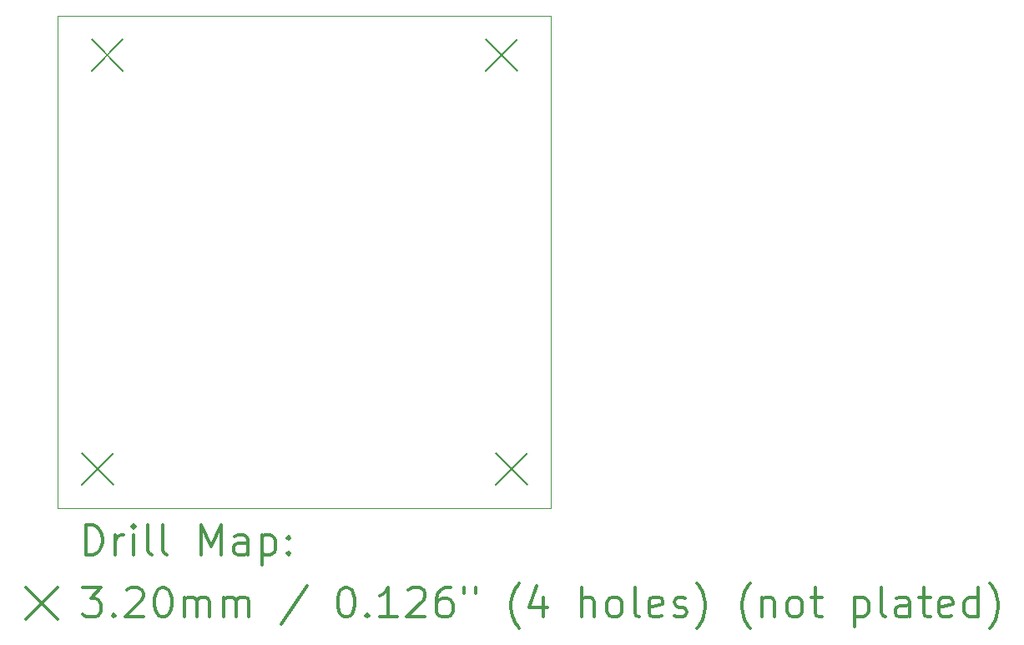
<source format=gbr>
%FSLAX45Y45*%
G04 Gerber Fmt 4.5, Leading zero omitted, Abs format (unit mm)*
G04 Created by KiCad (PCBNEW (5.1.8)-1) date 2022-11-19 17:46:05*
%MOMM*%
%LPD*%
G01*
G04 APERTURE LIST*
%TA.AperFunction,Profile*%
%ADD10C,0.100000*%
%TD*%
%ADD11C,0.200000*%
%ADD12C,0.300000*%
G04 APERTURE END LIST*
D10*
X15000000Y-5000000D02*
X15000000Y-10000000D01*
X10000000Y-5000000D02*
X15000000Y-5000000D01*
X10000000Y-10000000D02*
X10000000Y-5000000D01*
X15000000Y-10000000D02*
X10000000Y-10000000D01*
D11*
X14440000Y-9440000D02*
X14760000Y-9760000D01*
X14760000Y-9440000D02*
X14440000Y-9760000D01*
X10340000Y-5240000D02*
X10660000Y-5560000D01*
X10660000Y-5240000D02*
X10340000Y-5560000D01*
X14340000Y-5240000D02*
X14660000Y-5560000D01*
X14660000Y-5240000D02*
X14340000Y-5560000D01*
X10240000Y-9440000D02*
X10560000Y-9760000D01*
X10560000Y-9440000D02*
X10240000Y-9760000D01*
D12*
X10281428Y-10470714D02*
X10281428Y-10170714D01*
X10352857Y-10170714D01*
X10395714Y-10185000D01*
X10424286Y-10213572D01*
X10438571Y-10242143D01*
X10452857Y-10299286D01*
X10452857Y-10342143D01*
X10438571Y-10399286D01*
X10424286Y-10427857D01*
X10395714Y-10456429D01*
X10352857Y-10470714D01*
X10281428Y-10470714D01*
X10581428Y-10470714D02*
X10581428Y-10270714D01*
X10581428Y-10327857D02*
X10595714Y-10299286D01*
X10610000Y-10285000D01*
X10638571Y-10270714D01*
X10667143Y-10270714D01*
X10767143Y-10470714D02*
X10767143Y-10270714D01*
X10767143Y-10170714D02*
X10752857Y-10185000D01*
X10767143Y-10199286D01*
X10781428Y-10185000D01*
X10767143Y-10170714D01*
X10767143Y-10199286D01*
X10952857Y-10470714D02*
X10924286Y-10456429D01*
X10910000Y-10427857D01*
X10910000Y-10170714D01*
X11110000Y-10470714D02*
X11081428Y-10456429D01*
X11067143Y-10427857D01*
X11067143Y-10170714D01*
X11452857Y-10470714D02*
X11452857Y-10170714D01*
X11552857Y-10385000D01*
X11652857Y-10170714D01*
X11652857Y-10470714D01*
X11924286Y-10470714D02*
X11924286Y-10313572D01*
X11910000Y-10285000D01*
X11881428Y-10270714D01*
X11824286Y-10270714D01*
X11795714Y-10285000D01*
X11924286Y-10456429D02*
X11895714Y-10470714D01*
X11824286Y-10470714D01*
X11795714Y-10456429D01*
X11781428Y-10427857D01*
X11781428Y-10399286D01*
X11795714Y-10370714D01*
X11824286Y-10356429D01*
X11895714Y-10356429D01*
X11924286Y-10342143D01*
X12067143Y-10270714D02*
X12067143Y-10570714D01*
X12067143Y-10285000D02*
X12095714Y-10270714D01*
X12152857Y-10270714D01*
X12181428Y-10285000D01*
X12195714Y-10299286D01*
X12210000Y-10327857D01*
X12210000Y-10413572D01*
X12195714Y-10442143D01*
X12181428Y-10456429D01*
X12152857Y-10470714D01*
X12095714Y-10470714D01*
X12067143Y-10456429D01*
X12338571Y-10442143D02*
X12352857Y-10456429D01*
X12338571Y-10470714D01*
X12324286Y-10456429D01*
X12338571Y-10442143D01*
X12338571Y-10470714D01*
X12338571Y-10285000D02*
X12352857Y-10299286D01*
X12338571Y-10313572D01*
X12324286Y-10299286D01*
X12338571Y-10285000D01*
X12338571Y-10313572D01*
X9675000Y-10805000D02*
X9995000Y-11125000D01*
X9995000Y-10805000D02*
X9675000Y-11125000D01*
X10252857Y-10800714D02*
X10438571Y-10800714D01*
X10338571Y-10915000D01*
X10381428Y-10915000D01*
X10410000Y-10929286D01*
X10424286Y-10943572D01*
X10438571Y-10972143D01*
X10438571Y-11043572D01*
X10424286Y-11072143D01*
X10410000Y-11086429D01*
X10381428Y-11100714D01*
X10295714Y-11100714D01*
X10267143Y-11086429D01*
X10252857Y-11072143D01*
X10567143Y-11072143D02*
X10581428Y-11086429D01*
X10567143Y-11100714D01*
X10552857Y-11086429D01*
X10567143Y-11072143D01*
X10567143Y-11100714D01*
X10695714Y-10829286D02*
X10710000Y-10815000D01*
X10738571Y-10800714D01*
X10810000Y-10800714D01*
X10838571Y-10815000D01*
X10852857Y-10829286D01*
X10867143Y-10857857D01*
X10867143Y-10886429D01*
X10852857Y-10929286D01*
X10681428Y-11100714D01*
X10867143Y-11100714D01*
X11052857Y-10800714D02*
X11081428Y-10800714D01*
X11110000Y-10815000D01*
X11124286Y-10829286D01*
X11138571Y-10857857D01*
X11152857Y-10915000D01*
X11152857Y-10986429D01*
X11138571Y-11043572D01*
X11124286Y-11072143D01*
X11110000Y-11086429D01*
X11081428Y-11100714D01*
X11052857Y-11100714D01*
X11024286Y-11086429D01*
X11010000Y-11072143D01*
X10995714Y-11043572D01*
X10981428Y-10986429D01*
X10981428Y-10915000D01*
X10995714Y-10857857D01*
X11010000Y-10829286D01*
X11024286Y-10815000D01*
X11052857Y-10800714D01*
X11281428Y-11100714D02*
X11281428Y-10900714D01*
X11281428Y-10929286D02*
X11295714Y-10915000D01*
X11324286Y-10900714D01*
X11367143Y-10900714D01*
X11395714Y-10915000D01*
X11410000Y-10943572D01*
X11410000Y-11100714D01*
X11410000Y-10943572D02*
X11424286Y-10915000D01*
X11452857Y-10900714D01*
X11495714Y-10900714D01*
X11524286Y-10915000D01*
X11538571Y-10943572D01*
X11538571Y-11100714D01*
X11681428Y-11100714D02*
X11681428Y-10900714D01*
X11681428Y-10929286D02*
X11695714Y-10915000D01*
X11724286Y-10900714D01*
X11767143Y-10900714D01*
X11795714Y-10915000D01*
X11810000Y-10943572D01*
X11810000Y-11100714D01*
X11810000Y-10943572D02*
X11824286Y-10915000D01*
X11852857Y-10900714D01*
X11895714Y-10900714D01*
X11924286Y-10915000D01*
X11938571Y-10943572D01*
X11938571Y-11100714D01*
X12524286Y-10786429D02*
X12267143Y-11172143D01*
X12910000Y-10800714D02*
X12938571Y-10800714D01*
X12967143Y-10815000D01*
X12981428Y-10829286D01*
X12995714Y-10857857D01*
X13010000Y-10915000D01*
X13010000Y-10986429D01*
X12995714Y-11043572D01*
X12981428Y-11072143D01*
X12967143Y-11086429D01*
X12938571Y-11100714D01*
X12910000Y-11100714D01*
X12881428Y-11086429D01*
X12867143Y-11072143D01*
X12852857Y-11043572D01*
X12838571Y-10986429D01*
X12838571Y-10915000D01*
X12852857Y-10857857D01*
X12867143Y-10829286D01*
X12881428Y-10815000D01*
X12910000Y-10800714D01*
X13138571Y-11072143D02*
X13152857Y-11086429D01*
X13138571Y-11100714D01*
X13124286Y-11086429D01*
X13138571Y-11072143D01*
X13138571Y-11100714D01*
X13438571Y-11100714D02*
X13267143Y-11100714D01*
X13352857Y-11100714D02*
X13352857Y-10800714D01*
X13324286Y-10843572D01*
X13295714Y-10872143D01*
X13267143Y-10886429D01*
X13552857Y-10829286D02*
X13567143Y-10815000D01*
X13595714Y-10800714D01*
X13667143Y-10800714D01*
X13695714Y-10815000D01*
X13710000Y-10829286D01*
X13724286Y-10857857D01*
X13724286Y-10886429D01*
X13710000Y-10929286D01*
X13538571Y-11100714D01*
X13724286Y-11100714D01*
X13981428Y-10800714D02*
X13924286Y-10800714D01*
X13895714Y-10815000D01*
X13881428Y-10829286D01*
X13852857Y-10872143D01*
X13838571Y-10929286D01*
X13838571Y-11043572D01*
X13852857Y-11072143D01*
X13867143Y-11086429D01*
X13895714Y-11100714D01*
X13952857Y-11100714D01*
X13981428Y-11086429D01*
X13995714Y-11072143D01*
X14010000Y-11043572D01*
X14010000Y-10972143D01*
X13995714Y-10943572D01*
X13981428Y-10929286D01*
X13952857Y-10915000D01*
X13895714Y-10915000D01*
X13867143Y-10929286D01*
X13852857Y-10943572D01*
X13838571Y-10972143D01*
X14124286Y-10800714D02*
X14124286Y-10857857D01*
X14238571Y-10800714D02*
X14238571Y-10857857D01*
X14681428Y-11215000D02*
X14667143Y-11200714D01*
X14638571Y-11157857D01*
X14624286Y-11129286D01*
X14610000Y-11086429D01*
X14595714Y-11015000D01*
X14595714Y-10957857D01*
X14610000Y-10886429D01*
X14624286Y-10843572D01*
X14638571Y-10815000D01*
X14667143Y-10772143D01*
X14681428Y-10757857D01*
X14924286Y-10900714D02*
X14924286Y-11100714D01*
X14852857Y-10786429D02*
X14781428Y-11000714D01*
X14967143Y-11000714D01*
X15310000Y-11100714D02*
X15310000Y-10800714D01*
X15438571Y-11100714D02*
X15438571Y-10943572D01*
X15424286Y-10915000D01*
X15395714Y-10900714D01*
X15352857Y-10900714D01*
X15324286Y-10915000D01*
X15310000Y-10929286D01*
X15624286Y-11100714D02*
X15595714Y-11086429D01*
X15581428Y-11072143D01*
X15567143Y-11043572D01*
X15567143Y-10957857D01*
X15581428Y-10929286D01*
X15595714Y-10915000D01*
X15624286Y-10900714D01*
X15667143Y-10900714D01*
X15695714Y-10915000D01*
X15710000Y-10929286D01*
X15724286Y-10957857D01*
X15724286Y-11043572D01*
X15710000Y-11072143D01*
X15695714Y-11086429D01*
X15667143Y-11100714D01*
X15624286Y-11100714D01*
X15895714Y-11100714D02*
X15867143Y-11086429D01*
X15852857Y-11057857D01*
X15852857Y-10800714D01*
X16124286Y-11086429D02*
X16095714Y-11100714D01*
X16038571Y-11100714D01*
X16010000Y-11086429D01*
X15995714Y-11057857D01*
X15995714Y-10943572D01*
X16010000Y-10915000D01*
X16038571Y-10900714D01*
X16095714Y-10900714D01*
X16124286Y-10915000D01*
X16138571Y-10943572D01*
X16138571Y-10972143D01*
X15995714Y-11000714D01*
X16252857Y-11086429D02*
X16281428Y-11100714D01*
X16338571Y-11100714D01*
X16367143Y-11086429D01*
X16381428Y-11057857D01*
X16381428Y-11043572D01*
X16367143Y-11015000D01*
X16338571Y-11000714D01*
X16295714Y-11000714D01*
X16267143Y-10986429D01*
X16252857Y-10957857D01*
X16252857Y-10943572D01*
X16267143Y-10915000D01*
X16295714Y-10900714D01*
X16338571Y-10900714D01*
X16367143Y-10915000D01*
X16481428Y-11215000D02*
X16495714Y-11200714D01*
X16524286Y-11157857D01*
X16538571Y-11129286D01*
X16552857Y-11086429D01*
X16567143Y-11015000D01*
X16567143Y-10957857D01*
X16552857Y-10886429D01*
X16538571Y-10843572D01*
X16524286Y-10815000D01*
X16495714Y-10772143D01*
X16481428Y-10757857D01*
X17024286Y-11215000D02*
X17010000Y-11200714D01*
X16981428Y-11157857D01*
X16967143Y-11129286D01*
X16952857Y-11086429D01*
X16938571Y-11015000D01*
X16938571Y-10957857D01*
X16952857Y-10886429D01*
X16967143Y-10843572D01*
X16981428Y-10815000D01*
X17010000Y-10772143D01*
X17024286Y-10757857D01*
X17138571Y-10900714D02*
X17138571Y-11100714D01*
X17138571Y-10929286D02*
X17152857Y-10915000D01*
X17181428Y-10900714D01*
X17224286Y-10900714D01*
X17252857Y-10915000D01*
X17267143Y-10943572D01*
X17267143Y-11100714D01*
X17452857Y-11100714D02*
X17424286Y-11086429D01*
X17410000Y-11072143D01*
X17395714Y-11043572D01*
X17395714Y-10957857D01*
X17410000Y-10929286D01*
X17424286Y-10915000D01*
X17452857Y-10900714D01*
X17495714Y-10900714D01*
X17524286Y-10915000D01*
X17538571Y-10929286D01*
X17552857Y-10957857D01*
X17552857Y-11043572D01*
X17538571Y-11072143D01*
X17524286Y-11086429D01*
X17495714Y-11100714D01*
X17452857Y-11100714D01*
X17638571Y-10900714D02*
X17752857Y-10900714D01*
X17681428Y-10800714D02*
X17681428Y-11057857D01*
X17695714Y-11086429D01*
X17724286Y-11100714D01*
X17752857Y-11100714D01*
X18081428Y-10900714D02*
X18081428Y-11200714D01*
X18081428Y-10915000D02*
X18110000Y-10900714D01*
X18167143Y-10900714D01*
X18195714Y-10915000D01*
X18210000Y-10929286D01*
X18224286Y-10957857D01*
X18224286Y-11043572D01*
X18210000Y-11072143D01*
X18195714Y-11086429D01*
X18167143Y-11100714D01*
X18110000Y-11100714D01*
X18081428Y-11086429D01*
X18395714Y-11100714D02*
X18367143Y-11086429D01*
X18352857Y-11057857D01*
X18352857Y-10800714D01*
X18638571Y-11100714D02*
X18638571Y-10943572D01*
X18624286Y-10915000D01*
X18595714Y-10900714D01*
X18538571Y-10900714D01*
X18510000Y-10915000D01*
X18638571Y-11086429D02*
X18610000Y-11100714D01*
X18538571Y-11100714D01*
X18510000Y-11086429D01*
X18495714Y-11057857D01*
X18495714Y-11029286D01*
X18510000Y-11000714D01*
X18538571Y-10986429D01*
X18610000Y-10986429D01*
X18638571Y-10972143D01*
X18738571Y-10900714D02*
X18852857Y-10900714D01*
X18781428Y-10800714D02*
X18781428Y-11057857D01*
X18795714Y-11086429D01*
X18824286Y-11100714D01*
X18852857Y-11100714D01*
X19067143Y-11086429D02*
X19038571Y-11100714D01*
X18981428Y-11100714D01*
X18952857Y-11086429D01*
X18938571Y-11057857D01*
X18938571Y-10943572D01*
X18952857Y-10915000D01*
X18981428Y-10900714D01*
X19038571Y-10900714D01*
X19067143Y-10915000D01*
X19081428Y-10943572D01*
X19081428Y-10972143D01*
X18938571Y-11000714D01*
X19338571Y-11100714D02*
X19338571Y-10800714D01*
X19338571Y-11086429D02*
X19310000Y-11100714D01*
X19252857Y-11100714D01*
X19224286Y-11086429D01*
X19210000Y-11072143D01*
X19195714Y-11043572D01*
X19195714Y-10957857D01*
X19210000Y-10929286D01*
X19224286Y-10915000D01*
X19252857Y-10900714D01*
X19310000Y-10900714D01*
X19338571Y-10915000D01*
X19452857Y-11215000D02*
X19467143Y-11200714D01*
X19495714Y-11157857D01*
X19510000Y-11129286D01*
X19524286Y-11086429D01*
X19538571Y-11015000D01*
X19538571Y-10957857D01*
X19524286Y-10886429D01*
X19510000Y-10843572D01*
X19495714Y-10815000D01*
X19467143Y-10772143D01*
X19452857Y-10757857D01*
M02*

</source>
